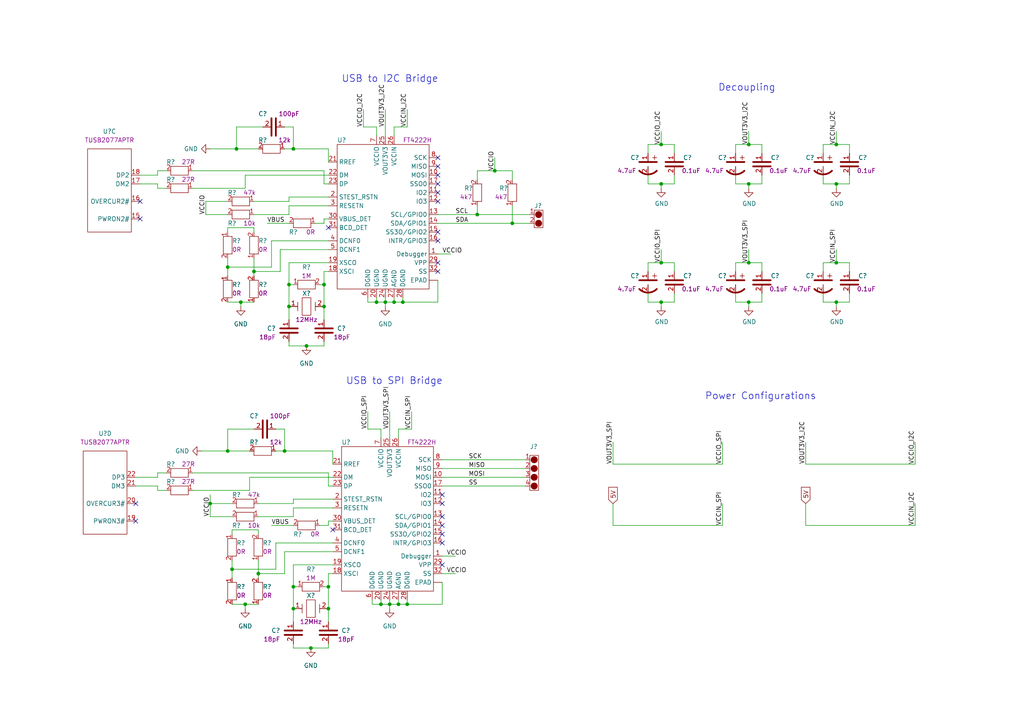
<source format=kicad_sch>
(kicad_sch (version 20211123) (generator eeschema)
  (paper "A4")
  (title_block (title "Electronics Multitool - I2C_SPI_to_USB") (rev "100"))
  (lib_symbols
    (symbol "0R_0603_1"
      (property "Reference" "R" (at 5.08 -2.54 0))
      (property "Res" "0R" (at 5.08 2.54 0))
      (symbol "0R_0603_1_0_1"
        (rectangle (start -1.27 2.54) (end -1.27 -2.54))
        (rectangle (start -1.27 2.54) (end 1.27 2.54))
        (rectangle (start 1.27 -2.54) (end -1.27 -2.54))
        (rectangle (start 1.27 2.54) (end 1.27 -2.54))
      )
      (symbol "0R_0603_1_1_1"
        (pin passive line (at 0 -3.81 90) (length 1.27) (name "~") (number "1"))
        (pin passive line (at 0 3.81 270) (length 1.27) (name "~") (number "2"))
      )
    )
    (symbol "0R_0603_2"
      (property "Reference" "R" (at 5.08 -2.54 0))
      (property "Res" "0R" (at 5.08 2.54 0))
      (symbol "0R_0603_2_0_1"
        (rectangle (start -1.27 2.54) (end -1.27 -2.54))
        (rectangle (start -1.27 2.54) (end 1.27 2.54))
        (rectangle (start 1.27 -2.54) (end -1.27 -2.54))
        (rectangle (start 1.27 2.54) (end 1.27 -2.54))
      )
      (symbol "0R_0603_2_1_1"
        (pin passive line (at 0 -3.81 90) (length 1.27) (name "~") (number "1"))
        (pin passive line (at 0 3.81 270) (length 1.27) (name "~") (number "2"))
      )
    )
    (symbol "0R_0603_3"
      (property "Reference" "R" (at 5.08 -2.54 0))
      (property "Res" "0R" (at 5.08 2.54 0))
      (symbol "0R_0603_3_0_1"
        (rectangle (start -1.27 2.54) (end -1.27 -2.54))
        (rectangle (start -1.27 2.54) (end 1.27 2.54))
        (rectangle (start 1.27 -2.54) (end -1.27 -2.54))
        (rectangle (start 1.27 2.54) (end 1.27 -2.54))
      )
      (symbol "0R_0603_3_1_1"
        (pin passive line (at 0 -3.81 90) (length 1.27) (name "~") (number "1"))
        (pin passive line (at 0 3.81 270) (length 1.27) (name "~") (number "2"))
      )
    )
    (symbol "0R_0603_4"
      (property "Reference" "R" (at 5.08 -2.54 0))
      (property "Res" "0R" (at 5.08 2.54 0))
      (symbol "0R_0603_4_0_1"
        (rectangle (start -1.27 2.54) (end -1.27 -2.54))
        (rectangle (start -1.27 2.54) (end 1.27 2.54))
        (rectangle (start 1.27 -2.54) (end -1.27 -2.54))
        (rectangle (start 1.27 2.54) (end 1.27 -2.54))
      )
      (symbol "0R_0603_4_1_1"
        (pin passive line (at 0 -3.81 90) (length 1.27) (name "~") (number "1"))
        (pin passive line (at 0 3.81 270) (length 1.27) (name "~") (number "2"))
      )
    )
    (symbol "Capacitor_Lib:0.1uF_0603"
      (property "Reference" "C" (at -5.08 2.54 0))
      (property "Cap" "0.1uF" (at -6.35 0 0))
      (symbol "0.1uF_0603_0_1"
        (polyline (pts (xy -2.54 0) (xy 2.54 0)) (stroke (width 0.508)))
        (polyline (pts (xy -2.54 1.27) (xy 2.54 1.27)) (stroke (width 0.508)))
      )
      (symbol "0.1uF_0603_1_1"
        (pin passive line (at 0 3.81 270) (length 2.54) (name "") (number "1"))
        (pin passive line (at 0 -2.54 90) (length 2.54) (name "") (number "2"))
      )
    )
    (symbol "Capacitor_Lib:100pF_0603"
      (property "Reference" "C" (at -3.81 3.81 0))
      (property "Cap" "100pF" (at -6.35 1.27 0))
      (symbol "100pF_0603_0_1"
        (polyline (pts (xy -2.54 0) (xy 2.54 0)) (stroke (width 0.508)))
        (polyline (pts (xy -2.54 1.27) (xy 2.54 1.27)) (stroke (width 0.508)))
      )
      (symbol "100pF_0603_1_1"
        (pin passive line (at 0 3.81 270) (length 2.54) (name "") (number "1"))
        (pin passive line (at 0 -2.54 90) (length 2.54) (name "") (number "2"))
      )
    )
    (symbol "Capacitor_Lib:18pF_0603"
      (property "Reference" "C" (at -5.08 1.27 0))
      (property "Cap" "18pF" (at -5.08 -1.27 0))
      (symbol "18pF_0603_0_1"
        (polyline (pts (xy -2.54 -1.27) (xy 2.54 -1.27)) (stroke (width 0.508)))
        (polyline (pts (xy -2.54 0) (xy 2.54 0)) (stroke (width 0.508)))
      )
      (symbol "18pF_0603_1_1"
        (pin passive line (at 0 2.54 270) (length 2.54) (name "") (number "1"))
        (pin passive line (at 0 -3.81 90) (length 2.54) (name "") (number "2"))
      )
    )
    (symbol "Capacitor_Lib:4.7uF_POL_1206"
      (property "Reference" "C" (at -5.08 2.54 0))
      (property "Cap" "4.7uF" (at -6.35 0 0))
      (symbol "4.7uF_POL_1206_0_1"
        (arc (start -2.54 -1.2641) (mid 0 -7.4063) (end 2.54 -1.2641) (stroke (width 0.508)))
        (polyline (pts (xy -2.54 1.27) (xy 2.54 1.27)) (stroke (width 0.508)))
        (polyline (pts (xy 1.905 1.905) (xy 1.905 3.175)))
        (polyline (pts (xy 2.54 2.54) (xy 1.27 2.54)))
      )
      (symbol "4.7uF_POL_1206_1_1"
        (pin passive line (at 0 3.81 270) (length 2.54) (name "") (number "1"))
        (pin passive line (at 0 -2.54 90) (length 2.54) (name "") (number "2"))
      )
    )
    (symbol "Connector_Lib:PinHeader_2x1_2.54mm"
      (property "Reference" "J" (at -3.81 3.81 0))
      (symbol "PinHeader_2x1_2.54mm_0_1"
        (rectangle (start -1.27 3.81) (end 1.27 -1.27))
        (circle (center 0 0) (radius 0.0001) (stroke (width 1)))
        (polyline (pts (xy 17.78 17.78) (xy 17.78 17.78)))
        (polyline (pts (xy 17.78 17.78) (xy 17.78 17.78)))
        (circle (center 0 2.54) (radius 0.0001) (stroke (width 1)))
      )
      (symbol "PinHeader_2x1_2.54mm_1_1"
        (pin passive line (at -2.54 2.54 0) (length 1.27) (name "") (number "1"))
        (pin passive line (at -2.54 0 0) (length 1.27) (name "") (number "2"))
      )
    )
    (symbol "Connector_Lib:PinHeader_4x1_2.54mm"
      (property "Reference" "J" (at -3.81 5.08 0))
      (symbol "PinHeader_4x1_2.54mm_0_1"
        (rectangle (start -1.27 5.08) (end 1.27 -5.08))
        (circle (center 0 -3.81) (radius 0.0001) (stroke (width 1)))
        (circle (center 0 -1.27) (radius 0.0001) (stroke (width 1)))
        (polyline (pts (xy 17.78 17.78) (xy 17.78 17.78)))
        (polyline (pts (xy 17.78 17.78) (xy 17.78 17.78)))
        (circle (center 0 1.27) (radius 0.0001) (stroke (width 1)))
        (circle (center 0 3.81) (radius 0.0001) (stroke (width 1)))
      )
      (symbol "PinHeader_4x1_2.54mm_1_1"
        (pin passive line (at -2.54 3.81 0) (length 1.27) (name "") (number "1"))
        (pin passive line (at -2.54 1.27 0) (length 1.27) (name "") (number "2"))
        (pin passive line (at -2.54 -1.27 0) (length 1.27) (name "") (number "3"))
        (pin passive line (at -2.54 -3.81 0) (length 1.27) (name "") (number "4"))
      )
    )
    (symbol "Crystal_Lib:J49SMH-F-G-G-K-12M0"
      (property "Reference" "X" (at 0 3.81 0))
      (property "Freq" "12MHz" (at 0 -3.81 0))
      (symbol "J49SMH-F-G-G-K-12M0_0_1"
        (polyline (pts (xy -27.94 -34.29) (xy -27.94 -34.29)))
        (polyline (pts (xy -2.54 1.27) (xy -2.54 -1.27)))
        (polyline (pts (xy 2.54 1.27) (xy 2.54 -1.27)))
        (polyline (pts (xy -1.27 2.54) (xy 1.27 2.54) (xy 1.27 -2.54) (xy -1.27 -2.54) (xy -1.27 2.54)))
      )
      (symbol "J49SMH-F-G-G-K-12M0_1_1"
        (pin passive line (at -5.08 0 0) (length 2.54) (name "") (number "1"))
        (pin passive line (at 5.08 0 180) (length 2.54) (name "") (number "2"))
      )
    )
    (symbol "IC_Lib:Bridge_FT4222H"
      (property "Reference" "U" (at -13.97 29.21 0))
      (property "PartNum" "FT4222H" (at 8.89 29.21 0))
      (symbol "Bridge_FT4222H_0_1"
        (rectangle (start -13.97 27.94) (end 12.7 -13.97))
      )
      (symbol "Bridge_FT4222H_1_1"
        (pin passive line (at 15.24 -11.43 180) (length 2.54) (name "EPAD") (number ""))
        (pin input line (at 15.24 -3.81 180) (length 2.54) (name "Debugger") (number "1"))
        (pin output line (at 15.24 19.05 180) (length 2.54) (name "MOSI") (number "10"))
        (pin bidirectional line (at 15.24 13.97 180) (length 2.54) (name "IO2") (number "11"))
        (pin bidirectional line (at 15.24 11.43 180) (length 2.54) (name "IO3") (number "12"))
        (pin bidirectional line (at 15.24 7.62 180) (length 2.54) (name "SCL/GPIO0") (number "13"))
        (pin bidirectional line (at 15.24 5.08 180) (length 2.54) (name "SDA/GPIO1") (number "14"))
        (pin bidirectional line (at 15.24 2.54 180) (length 2.54) (name "SS3O/GPIO2") (number "15"))
        (pin bidirectional line (at 15.24 0 180) (length 2.54) (name "INTR/GPIO3") (number "16"))
        (pin bidirectional line (at 15.24 16.51 180) (length 2.54) (name "SSO0") (number "17"))
        (pin input line (at -16.51 -8.89 0) (length 2.54) (name "XSCI") (number "18"))
        (pin output line (at -16.51 -6.35 0) (length 2.54) (name "XSCO") (number "19"))
        (pin input line (at -16.51 12.7 0) (length 2.54) (name "STEST_RSTN") (number "2"))
        (pin passive line (at -2.54 -16.51 90) (length 2.54) (name "UGND") (number "20"))
        (pin passive line (at -16.51 22.86 0) (length 2.54) (name "RREF") (number "21"))
        (pin bidirectional line (at -16.51 19.05 0) (length 2.54) (name "DM") (number "22"))
        (pin bidirectional line (at -16.51 16.51 0) (length 2.54) (name "DP") (number "23"))
        (pin passive line (at 0 -16.51 90) (length 2.54) (name "UGND") (number "24"))
        (pin power_out line (at 0 30.48 270) (length 2.54) (name "VOUT3V3") (number "25"))
        (pin power_in line (at 2.54 30.48 270) (length 2.54) (name "VCCIN") (number "26"))
        (pin passive line (at 2.54 -16.51 90) (length 2.54) (name "AGND") (number "27"))
        (pin passive line (at 5.08 -16.51 90) (length 2.54) (name "DGND") (number "28"))
        (pin power_in line (at 15.24 -6.35 180) (length 2.54) (name "VPP") (number "29"))
        (pin input line (at -16.51 10.16 0) (length 2.54) (name "RESETN") (number "3"))
        (pin input line (at -16.51 6.35 0) (length 2.54) (name "VBUS_DET") (number "30"))
        (pin input line (at -16.51 3.81 0) (length 2.54) (name "BCD_DET") (number "31"))
        (pin input line (at 15.24 -8.89 180) (length 2.54) (name "SS") (number "32"))
        (pin input line (at -16.51 0 0) (length 2.54) (name "DCNF0") (number "4"))
        (pin input line (at -16.51 -2.54 0) (length 2.54) (name "DCNF1") (number "5"))
        (pin passive line (at -5.08 -16.51 90) (length 2.54) (name "DGND") (number "6"))
        (pin power_in line (at -2.54 30.48 270) (length 2.54) (name "VCCIO") (number "7"))
        (pin output line (at 15.24 24.13 180) (length 2.54) (name "SCK") (number "8"))
        (pin input line (at 15.24 21.59 180) (length 2.54) (name "MISO") (number "9"))
      )
    )
    (symbol "IC_Lib:USBHUB_TUSB2077APTR"
      (property "Reference" "U" (at -8.89 16.51 0))
      (property "PartNum" "TUSB2077APTR" (at 3.81 16.51 0))
      (symbol "USBHUB_TUSB2077APTR_1_1"
        (rectangle (start -10.16 15.24) (end 10.16 -16.51))
        (pin input line (at -12.7 -5.08 0) (length 2.54) (name "SUSPND") (number "1"))
        (pin input line (at -12.7 0 0) (length 2.54) (name "BUSPWR#") (number "10"))
        (pin input line (at -12.7 -7.62 0) (length 2.54) (name "DP0PUR") (number "2"))
        (pin input line (at 12.7 -11.43 180) (length 2.54) (name "GND") (number "24"))
        (pin bidirectional line (at -12.7 6.35 0) (length 2.54) (name "DP0") (number "3"))
        (pin bidirectional line (at -12.7 3.81 0) (length 2.54) (name "DM0") (number "4"))
        (pin input line (at 12.7 3.81 180) (length 2.54) (name "HUBCFG") (number "40"))
        (pin output line (at 12.7 12.7 180) (length 2.54) (name "PORTPWR") (number "41"))
        (pin output line (at 12.7 10.16 180) (length 2.54) (name "PORTDIS") (number "42"))
        (pin input line (at 12.7 -13.97 180) (length 2.54) (name "GND") (number "43"))
        (pin passive line (at -12.7 -11.43 0) (length 2.54) (name "XTAL1") (number "44"))
        (pin passive line (at -12.7 -13.97 0) (length 2.54) (name "XTAL2") (number "45"))
        (pin input line (at -12.7 10.16 0) (length 2.54) (name "VCC") (number "46"))
        (pin input line (at 12.7 0 180) (length 2.54) (name "EXTMEM#") (number "47"))
        (pin input line (at 12.7 6.35 180) (length 2.54) (name "MODE") (number "48"))
        (pin input line (at 12.7 -8.89 180) (length 2.54) (name "GND") (number "5"))
        (pin input line (at -12.7 -2.54 0) (length 2.54) (name "RESET#") (number "6"))
        (pin input line (at 12.7 -5.08 180) (length 2.54) (name "EECLK") (number "7"))
        (pin input line (at 12.7 -2.54 180) (length 2.54) (name "EEDATA") (number "8"))
        (pin input line (at -12.7 12.7 0) (length 2.54) (name "VCC") (number "9"))
      )
      (symbol "USBHUB_TUSB2077APTR_2_1"
        (rectangle (start -6.35 12.7) (end 6.35 -11.43))
        (pin input line (at -8.89 -7.62 0) (length 2.54) (name "PWRON1#") (number "11"))
        (pin input line (at -8.89 -2.54 0) (length 2.54) (name "OVERCUR1#") (number "12"))
        (pin bidirectional line (at -8.89 2.54 0) (length 2.54) (name "DM1") (number "13"))
        (pin bidirectional line (at -8.89 5.08 0) (length 2.54) (name "DP1") (number "14"))
      )
      (symbol "USBHUB_TUSB2077APTR_3_1"
        (rectangle (start -6.35 12.7) (end 6.35 -11.43))
        (pin input line (at -8.89 -7.62 0) (length 2.54) (name "PWRON2#") (number "15"))
        (pin input line (at -8.89 -2.54 0) (length 2.54) (name "OVERCUR2#") (number "16"))
        (pin bidirectional line (at -8.89 2.54 0) (length 2.54) (name "DM2") (number "17"))
        (pin bidirectional line (at -8.89 5.08 0) (length 2.54) (name "DP2") (number "18"))
      )
      (symbol "USBHUB_TUSB2077APTR_4_1"
        (rectangle (start -6.35 12.7) (end 6.35 -11.43))
        (pin input line (at -8.89 -7.62 0) (length 2.54) (name "PWRON3#") (number "19"))
        (pin input line (at -8.89 -2.54 0) (length 2.54) (name "OVERCUR3#") (number "20"))
        (pin bidirectional line (at -8.89 2.54 0) (length 2.54) (name "DM3") (number "21"))
        (pin bidirectional line (at -8.89 5.08 0) (length 2.54) (name "DP3") (number "22"))
      )
      (symbol "USBHUB_TUSB2077APTR_5_1"
        (rectangle (start -6.35 12.7) (end 6.35 -11.43))
        (pin input line (at -8.89 -7.62 0) (length 2.54) (name "PWRON4#") (number "23"))
        (pin input line (at -8.89 -2.54 0) (length 2.54) (name "OVERCUR4#") (number "25"))
        (pin bidirectional line (at -8.89 2.54 0) (length 2.54) (name "DM4") (number "26"))
        (pin bidirectional line (at -8.89 5.08 0) (length 2.54) (name "DP4") (number "27"))
      )
      (symbol "USBHUB_TUSB2077APTR_6_1"
        (rectangle (start -6.35 12.7) (end 6.35 -11.43))
        (pin input line (at -8.89 -7.62 0) (length 2.54) (name "PWRON5#") (number "28"))
        (pin input line (at -8.89 -2.54 0) (length 2.54) (name "OVERCUR5#") (number "29"))
        (pin bidirectional line (at -8.89 2.54 0) (length 2.54) (name "DM5") (number "30"))
        (pin bidirectional line (at -8.89 5.08 0) (length 2.54) (name "DP5") (number "31"))
      )
      (symbol "USBHUB_TUSB2077APTR_7_1"
        (rectangle (start -6.35 12.7) (end 6.35 -11.43))
        (pin input line (at -8.89 -7.62 0) (length 2.54) (name "PWRON6#") (number "32"))
        (pin input line (at -8.89 -2.54 0) (length 2.54) (name "OVERCUR6#") (number "33"))
        (pin bidirectional line (at -8.89 2.54 0) (length 2.54) (name "DM6") (number "34"))
        (pin bidirectional line (at -8.89 5.08 0) (length 2.54) (name "DP6") (number "35"))
      )
      (symbol "USBHUB_TUSB2077APTR_8_1"
        (rectangle (start -6.35 12.7) (end 6.35 -11.43))
        (pin input line (at -8.89 -7.62 0) (length 2.54) (name "PWRON7#") (number "36"))
        (pin input line (at -8.89 -2.54 0) (length 2.54) (name "OVERCUR7#") (number "37"))
        (pin bidirectional line (at -8.89 2.54 0) (length 2.54) (name "DM7") (number "38"))
        (pin bidirectional line (at -8.89 5.08 0) (length 2.54) (name "DP7") (number "39"))
      )
    )
    (symbol "Resistor_Lib:0R_0603"
      (property "Reference" "R" (at 5.08 -2.54 0))
      (property "Res" "0R" (at 5.08 2.54 0))
      (symbol "0R_0603_0_1"
        (rectangle (start -1.27 2.54) (end -1.27 -2.54))
        (rectangle (start -1.27 2.54) (end 1.27 2.54))
        (rectangle (start 1.27 -2.54) (end -1.27 -2.54))
        (rectangle (start 1.27 2.54) (end 1.27 -2.54))
      )
      (symbol "0R_0603_1_1"
        (pin passive line (at 0 -3.81 90) (length 1.27) (name "~") (number "1"))
        (pin passive line (at 0 3.81 270) (length 1.27) (name "~") (number "2"))
      )
    )
    (symbol "Resistor_Lib:10k_0603"
      (property "Reference" "R" (at -2.54 2.54 0))
      (property "Res" "10k" (at -3.81 0 0))
      (symbol "10k_0603_0_1"
        (rectangle (start -1.27 2.54) (end -1.27 -2.54))
        (rectangle (start -1.27 2.54) (end 1.27 2.54))
        (rectangle (start 1.27 -2.54) (end -1.27 -2.54))
        (rectangle (start 1.27 2.54) (end 1.27 -2.54))
      )
      (symbol "10k_0603_1_1"
        (pin passive line (at 0 -3.81 90) (length 1.27) (name "~") (number "1"))
        (pin passive line (at 0 3.81 270) (length 1.27) (name "~") (number "2"))
      )
    )
    (symbol "Resistor_Lib:12k_0603"
      (property "Reference" "R" (at -2.54 2.54 0))
      (property "Value" "12k_0603" (at -6.35 -2.54 0))
      (property "Res" "12k" (at -3.81 0 0))
      (symbol "12k_0603_0_1"
        (rectangle (start -1.27 2.54) (end -1.27 -2.54))
        (rectangle (start -1.27 2.54) (end 1.27 2.54))
        (rectangle (start 1.27 -2.54) (end -1.27 -2.54))
        (rectangle (start 1.27 2.54) (end 1.27 -2.54))
      )
      (symbol "12k_0603_1_1"
        (pin passive line (at 0 -3.81 90) (length 1.27) (name "~") (number "1"))
        (pin passive line (at 0 3.81 270) (length 1.27) (name "~") (number "2"))
      )
    )
    (symbol "Resistor_Lib:1M_0603"
      (property "Reference" "R" (at -3.81 2.54 0))
      (property "Res" "1M" (at -3.81 -2.54 0))
      (symbol "1M_0603_0_1"
        (rectangle (start -1.27 2.54) (end -1.27 -2.54))
        (rectangle (start -1.27 2.54) (end 1.27 2.54))
        (rectangle (start 1.27 -2.54) (end -1.27 -2.54))
        (rectangle (start 1.27 2.54) (end 1.27 -2.54))
      )
      (symbol "1M_0603_1_1"
        (pin passive line (at 0 -3.81 90) (length 1.27) (name "~") (number "1"))
        (pin passive line (at 0 3.81 270) (length 1.27) (name "~") (number "2"))
      )
    )
    (symbol "Resistor_Lib:27R_0603"
      (property "Reference" "R" (at -3.81 2.54 0))
      (property "Res" "27R" (at -5.08 0 0))
      (symbol "27R_0603_0_1"
        (rectangle (start -1.27 2.54) (end -1.27 -2.54))
        (rectangle (start -1.27 2.54) (end 1.27 2.54))
        (rectangle (start 1.27 -2.54) (end -1.27 -2.54))
        (rectangle (start 1.27 2.54) (end 1.27 -2.54))
      )
      (symbol "27R_0603_1_1"
        (pin passive line (at 0 -3.81 90) (length 1.27) (name "~") (number "1"))
        (pin passive line (at 0 3.81 270) (length 1.27) (name "~") (number "2"))
      )
    )
    (symbol "Resistor_Lib:47k_0603"
      (property "Reference" "R" (at -2.54 2.54 0))
      (property "Res" "47k" (at -3.81 0 0))
      (symbol "47k_0603_0_1"
        (rectangle (start -1.27 2.54) (end -1.27 -2.54))
        (rectangle (start -1.27 2.54) (end 1.27 2.54))
        (rectangle (start 1.27 -2.54) (end -1.27 -2.54))
        (rectangle (start 1.27 2.54) (end 1.27 -2.54))
      )
      (symbol "47k_0603_1_1"
        (pin passive line (at 0 -3.81 90) (length 1.27) (name "~") (number "1"))
        (pin passive line (at 0 3.81 270) (length 1.27) (name "~") (number "2"))
      )
    )
    (symbol "Resistor_Lib:4k7_0603"
      (property "Reference" "R" (at -3.81 2.54 0))
      (property "Res" "4k7" (at -3.81 0 0))
      (symbol "4k7_0603_0_1"
        (rectangle (start -1.27 2.54) (end -1.27 -2.54))
        (rectangle (start -1.27 2.54) (end 1.27 2.54))
        (rectangle (start 1.27 -2.54) (end -1.27 -2.54))
        (rectangle (start 1.27 2.54) (end 1.27 -2.54))
      )
      (symbol "4k7_0603_1_1"
        (pin passive line (at 0 -3.81 90) (length 1.27) (name "~") (number "1"))
        (pin passive line (at 0 3.81 270) (length 1.27) (name "~") (number "2"))
      )
    )
    (symbol "power:GND" (power) (pin_names (offset 0))
      (property "Value" "GND" (at 0 -3.81 0))
      (symbol "GND_0_1"
        (polyline (pts (xy 0 0) (xy 0 -1.27) (xy 1.27 -1.27) (xy 0 -2.54) (xy -1.27 -1.27) (xy 0 -1.27)))
      )
      (symbol "GND_1_1"
        (pin power_in line (at 0 0 270) (length 0) hide (name "GND") (number "1"))
      )
    )
  )
  (junction (at 71.12 175.26))
  (junction (at 148.59 64.77))
  (junction (at 217.17 76.2))
  (junction (at 74.93 166.37))
  (junction (at 68.58 43.18))
  (junction (at 95.25 170.18))
  (junction (at 115.57 175.26))
  (junction (at 111.76 87.63))
  (junction (at 242.57 76.2))
  (junction (at 85.09 170.18))
  (junction (at 66.04 130.81))
  (junction (at 73.66 78.74))
  (junction (at 217.17 41.91))
  (junction (at 67.31 165.1))
  (junction (at 113.03 175.26))
  (junction (at 109.22 87.63))
  (junction (at 69.85 87.63))
  (junction (at 85.09 176.53))
  (junction (at 60.96 146.05))
  (junction (at 242.57 53.34))
  (junction (at 93.98 88.9))
  (junction (at 143.51 49.53))
  (junction (at 138.43 62.23))
  (junction (at 191.77 87.63))
  (junction (at 217.17 53.34))
  (junction (at 83.82 88.9))
  (junction (at 82.55 130.81))
  (junction (at 114.3 87.63))
  (junction (at 118.11 175.26))
  (junction (at 242.57 41.91))
  (junction (at 191.77 76.2))
  (junction (at 85.09 43.18))
  (junction (at 83.82 82.55))
  (junction (at 66.04 77.47))
  (junction (at 90.17 187.96))
  (junction (at 191.77 41.91))
  (junction (at 191.77 53.34))
  (junction (at 95.25 176.53))
  (junction (at 242.57 87.63))
  (junction (at 88.9 100.33))
  (junction (at 110.49 175.26))
  (junction (at 116.84 87.63))
  (junction (at 93.98 82.55))
  (junction (at 217.17 87.63))
  (no_connect (at 95.25 66.04))
  (no_connect (at 128.27 146.05))
  (no_connect (at 127 69.85))
  (no_connect (at 127 67.31))
  (no_connect (at 128.27 143.51))
  (no_connect (at 128.27 163.83))
  (no_connect (at 128.27 157.48))
  (no_connect (at 127 78.74))
  (no_connect (at 127 76.2))
  (no_connect (at 127 58.42))
  (no_connect (at 127 50.8))
  (no_connect (at 127 48.26))
  (no_connect (at 127 45.72))
  (no_connect (at 127 53.34))
  (no_connect (at 127 55.88))
  (no_connect (at 96.52 153.67))
  (no_connect (at 128.27 154.94))
  (no_connect (at 128.27 149.86))
  (no_connect (at 128.27 152.4))
  (no_connect (at 39.37 151.13))
  (no_connect (at 39.37 146.05))
  (no_connect (at 40.64 63.5))
  (no_connect (at 40.64 58.42))
  (wire (pts (xy 85.09 144.78) (xy 85.09 146.05)))
  (wire (pts (xy 195.58 76.2) (xy 195.58 78.74)))
  (wire (pts (xy 265.43 146.05) (xy 265.43 152.4)))
  (wire (pts (xy 67.31 165.1) (xy 67.31 167.64)))
  (wire (pts (xy 68.58 36.83) (xy 68.58 43.18)))
  (wire (pts (xy 217.17 72.39) (xy 217.17 76.2)))
  (wire (pts (xy 74.93 166.37) (xy 82.55 166.37)))
  (wire (pts (xy 143.51 49.53) (xy 148.59 49.53)))
  (wire (pts (xy 96.52 151.13) (xy 95.25 151.13)))
  (wire (pts (xy 114.3 86.36) (xy 114.3 87.63)))
  (wire (pts (xy 242.57 53.34) (xy 242.57 54.61)))
  (wire (pts (xy 67.31 153.67) (xy 74.93 153.67)))
  (wire (pts (xy 238.76 41.91) (xy 242.57 41.91)))
  (wire (pts (xy 242.57 76.2) (xy 246.38 76.2)))
  (wire (pts (xy 128.27 161.29) (xy 132.08 161.29)))
  (wire (pts (xy 233.68 128.27) (xy 233.68 134.62)))
  (wire (pts (xy 66.04 124.46) (xy 66.04 130.81)))
  (wire (pts (xy 106.68 87.63) (xy 109.22 87.63)))
  (wire (pts (xy 39.37 138.43) (xy 45.72 138.43)))
  (wire (pts (xy 78.74 69.85) (xy 78.74 77.47)))
  (wire (pts (xy 85.09 147.32) (xy 96.52 147.32)))
  (wire (pts (xy 109.22 39.37) (xy 109.22 36.83)))
  (wire (pts (xy 109.22 36.83) (xy 105.41 36.83)))
  (wire (pts (xy 95.25 63.5) (xy 93.98 63.5)))
  (wire (pts (xy 83.82 57.15) (xy 83.82 58.42)))
  (wire (pts (xy 177.8 146.05) (xy 177.8 152.4)))
  (wire (pts (xy 93.98 88.9) (xy 93.98 92.71)))
  (wire (pts (xy 138.43 52.07) (xy 138.43 49.53)))
  (wire (pts (xy 78.74 152.4) (xy 85.09 152.4)))
  (wire (pts (xy 148.59 59.69) (xy 148.59 64.77)))
  (wire (pts (xy 83.82 88.9) (xy 83.82 92.71)))
  (wire (pts (xy 96.52 144.78) (xy 85.09 144.78)))
  (wire (pts (xy 238.76 87.63) (xy 242.57 87.63)))
  (wire (pts (xy 242.57 38.1) (xy 242.57 41.91)))
  (wire (pts (xy 78.74 77.47) (xy 66.04 77.47)))
  (wire (pts (xy 213.36 87.63) (xy 217.17 87.63)))
  (wire (pts (xy 96.52 140.97) (xy 95.25 140.97)))
  (wire (pts (xy 93.98 78.74) (xy 93.98 82.55)))
  (wire (pts (xy 45.72 49.53) (xy 48.26 49.53)))
  (wire (pts (xy 238.76 53.34) (xy 242.57 53.34)))
  (wire (pts (xy 95.25 76.2) (xy 83.82 76.2)))
  (wire (pts (xy 59.69 58.42) (xy 66.04 58.42)))
  (wire (pts (xy 67.31 149.86) (xy 60.96 149.86)))
  (wire (pts (xy 217.17 87.63) (xy 220.98 87.63)))
  (wire (pts (xy 85.09 149.86) (xy 85.09 147.32)))
  (wire (pts (xy 177.8 134.62) (xy 209.55 134.62)))
  (wire (pts (xy 83.82 59.69) (xy 95.25 59.69)))
  (wire (pts (xy 116.84 87.63) (xy 127 87.63)))
  (wire (pts (xy 80.01 130.81) (xy 82.55 130.81)))
  (wire (pts (xy 177.8 128.27) (xy 177.8 134.62)))
  (wire (pts (xy 128.27 140.97) (xy 152.4 140.97)))
  (wire (pts (xy 191.77 41.91) (xy 195.58 41.91)))
  (wire (pts (xy 209.55 146.05) (xy 209.55 152.4)))
  (wire (pts (xy 73.66 124.46) (xy 66.04 124.46)))
  (wire (pts (xy 96.52 163.83) (xy 85.09 163.83)))
  (wire (pts (xy 242.57 87.63) (xy 242.57 88.9)))
  (wire (pts (xy 220.98 85.09) (xy 220.98 87.63)))
  (wire (pts (xy 187.96 87.63) (xy 191.77 87.63)))
  (wire (pts (xy 76.2 36.83) (xy 68.58 36.83)))
  (wire (pts (xy 116.84 87.63) (xy 116.84 86.36)))
  (wire (pts (xy 69.85 87.63) (xy 73.66 87.63)))
  (wire (pts (xy 138.43 62.23) (xy 153.67 62.23)))
  (wire (pts (xy 238.76 85.09) (xy 238.76 87.63)))
  (wire (pts (xy 85.09 146.05) (xy 74.93 146.05)))
  (wire (pts (xy 217.17 87.63) (xy 217.17 88.9)))
  (wire (pts (xy 217.17 76.2) (xy 220.98 76.2)))
  (wire (pts (xy 128.27 175.26) (xy 128.27 168.91)))
  (wire (pts (xy 107.95 173.99) (xy 107.95 175.26)))
  (wire (pts (xy 115.57 124.46) (xy 115.57 127)))
  (wire (pts (xy 187.96 44.45) (xy 187.96 41.91)))
  (wire (pts (xy 220.98 50.8) (xy 220.98 53.34)))
  (wire (pts (xy 115.57 124.46) (xy 119.38 124.46)))
  (wire (pts (xy 128.27 166.37) (xy 132.08 166.37)))
  (wire (pts (xy 111.76 87.63) (xy 114.3 87.63)))
  (wire (pts (xy 187.96 76.2) (xy 191.77 76.2)))
  (wire (pts (xy 95.25 57.15) (xy 83.82 57.15)))
  (wire (pts (xy 96.52 166.37) (xy 95.25 166.37)))
  (wire (pts (xy 71.12 50.8) (xy 71.12 54.61)))
  (wire (pts (xy 73.66 74.93) (xy 73.66 78.74)))
  (wire (pts (xy 95.25 170.18) (xy 93.98 170.18)))
  (wire (pts (xy 191.77 87.63) (xy 195.58 87.63)))
  (wire (pts (xy 191.77 38.1) (xy 191.77 41.91)))
  (wire (pts (xy 152.4 133.35) (xy 128.27 133.35)))
  (wire (pts (xy 96.52 130.81) (xy 96.52 134.62)))
  (wire (pts (xy 58.42 130.81) (xy 66.04 130.81)))
  (wire (pts (xy 83.82 82.55) (xy 83.82 88.9)))
  (wire (pts (xy 118.11 175.26) (xy 128.27 175.26)))
  (wire (pts (xy 60.96 146.05) (xy 60.96 149.86)))
  (wire (pts (xy 96.52 157.48) (xy 80.01 157.48)))
  (wire (pts (xy 83.82 76.2) (xy 83.82 82.55)))
  (wire (pts (xy 238.76 78.74) (xy 238.76 76.2)))
  (wire (pts (xy 213.36 78.74) (xy 213.36 76.2)))
  (wire (pts (xy 66.04 66.04) (xy 73.66 66.04)))
  (wire (pts (xy 242.57 41.91) (xy 246.38 41.91)))
  (wire (pts (xy 195.58 50.8) (xy 195.58 53.34)))
  (wire (pts (xy 66.04 74.93) (xy 66.04 77.47)))
  (wire (pts (xy 95.25 186.69) (xy 95.25 187.96)))
  (wire (pts (xy 128.27 138.43) (xy 152.4 138.43)))
  (wire (pts (xy 242.57 72.39) (xy 242.57 76.2)))
  (wire (pts (xy 90.17 187.96) (xy 95.25 187.96)))
  (wire (pts (xy 95.25 50.8) (xy 71.12 50.8)))
  (wire (pts (xy 45.72 142.24) (xy 48.26 142.24)))
  (wire (pts (xy 93.98 53.34) (xy 93.98 49.53)))
  (wire (pts (xy 71.12 175.26) (xy 71.12 176.53)))
  (wire (pts (xy 105.41 31.75) (xy 105.41 36.83)))
  (wire (pts (xy 114.3 36.83) (xy 118.11 36.83)))
  (wire (pts (xy 238.76 76.2) (xy 242.57 76.2)))
  (wire (pts (xy 95.25 53.34) (xy 93.98 53.34)))
  (wire (pts (xy 265.43 128.27) (xy 265.43 134.62)))
  (wire (pts (xy 187.96 50.8) (xy 187.96 53.34)))
  (wire (pts (xy 82.55 166.37) (xy 82.55 160.02)))
  (wire (pts (xy 40.64 50.8) (xy 45.72 50.8)))
  (wire (pts (xy 111.76 87.63) (xy 111.76 88.9)))
  (wire (pts (xy 95.25 69.85) (xy 78.74 69.85)))
  (wire (pts (xy 91.44 64.77) (xy 93.98 64.77)))
  (wire (pts (xy 71.12 54.61) (xy 55.88 54.61)))
  (wire (pts (xy 191.77 87.63) (xy 191.77 88.9)))
  (wire (pts (xy 220.98 41.91) (xy 220.98 44.45)))
  (wire (pts (xy 59.69 58.42) (xy 59.69 62.23)))
  (wire (pts (xy 187.96 41.91) (xy 191.77 41.91)))
  (wire (pts (xy 93.98 82.55) (xy 93.98 88.9)))
  (wire (pts (xy 127 62.23) (xy 138.43 62.23)))
  (wire (pts (xy 187.96 85.09) (xy 187.96 87.63)))
  (wire (pts (xy 217.17 53.34) (xy 220.98 53.34)))
  (wire (pts (xy 95.25 43.18) (xy 95.25 46.99)))
  (wire (pts (xy 233.68 146.05) (xy 233.68 152.4)))
  (wire (pts (xy 109.22 86.36) (xy 109.22 87.63)))
  (wire (pts (xy 113.03 175.26) (xy 113.03 176.53)))
  (wire (pts (xy 66.04 87.63) (xy 69.85 87.63)))
  (wire (pts (xy 213.36 44.45) (xy 213.36 41.91)))
  (wire (pts (xy 138.43 59.69) (xy 138.43 62.23)))
  (wire (pts (xy 195.58 85.09) (xy 195.58 87.63)))
  (wire (pts (xy 110.49 173.99) (xy 110.49 175.26)))
  (wire (pts (xy 95.25 176.53) (xy 95.25 180.34)))
  (wire (pts (xy 242.57 87.63) (xy 246.38 87.63)))
  (wire (pts (xy 118.11 31.75) (xy 118.11 36.83)))
  (wire (pts (xy 60.96 143.51) (xy 60.96 146.05)))
  (wire (pts (xy 95.25 170.18) (xy 95.25 176.53)))
  (wire (pts (xy 127 64.77) (xy 148.59 64.77)))
  (wire (pts (xy 242.57 53.34) (xy 246.38 53.34)))
  (wire (pts (xy 217.17 53.34) (xy 217.17 54.61)))
  (wire (pts (xy 85.09 187.96) (xy 90.17 187.96)))
  (wire (pts (xy 106.68 119.38) (xy 106.68 124.46)))
  (wire (pts (xy 115.57 175.26) (xy 118.11 175.26)))
  (wire (pts (xy 73.66 78.74) (xy 73.66 80.01)))
  (wire (pts (xy 191.77 76.2) (xy 195.58 76.2)))
  (wire (pts (xy 213.36 76.2) (xy 217.17 76.2)))
  (wire (pts (xy 138.43 49.53) (xy 143.51 49.53)))
  (wire (pts (xy 111.76 86.36) (xy 111.76 87.63)))
  (wire (pts (xy 72.39 138.43) (xy 72.39 142.24)))
  (wire (pts (xy 82.55 160.02) (xy 96.52 160.02)))
  (wire (pts (xy 233.68 134.62) (xy 265.43 134.62)))
  (wire (pts (xy 95.25 151.13) (xy 95.25 152.4)))
  (wire (pts (xy 74.93 153.67) (xy 74.93 154.94)))
  (wire (pts (xy 238.76 50.8) (xy 238.76 53.34)))
  (wire (pts (xy 191.77 53.34) (xy 191.77 54.61)))
  (wire (pts (xy 110.49 127) (xy 110.49 124.46)))
  (wire (pts (xy 40.64 53.34) (xy 45.72 53.34)))
  (wire (pts (xy 213.36 53.34) (xy 217.17 53.34)))
  (wire (pts (xy 83.82 100.33) (xy 88.9 100.33)))
  (wire (pts (xy 187.96 78.74) (xy 187.96 76.2)))
  (wire (pts (xy 45.72 140.97) (xy 45.72 142.24)))
  (wire (pts (xy 73.66 66.04) (xy 73.66 67.31)))
  (wire (pts (xy 95.25 78.74) (xy 93.98 78.74)))
  (wire (pts (xy 96.52 138.43) (xy 72.39 138.43)))
  (wire (pts (xy 69.85 87.63) (xy 69.85 88.9)))
  (wire (pts (xy 60.96 146.05) (xy 67.31 146.05)))
  (wire (pts (xy 80.01 165.1) (xy 67.31 165.1)))
  (wire (pts (xy 213.36 50.8) (xy 213.36 53.34)))
  (wire (pts (xy 81.28 72.39) (xy 95.25 72.39)))
  (wire (pts (xy 82.55 124.46) (xy 80.01 124.46)))
  (wire (pts (xy 73.66 78.74) (xy 81.28 78.74)))
  (wire (pts (xy 107.95 175.26) (xy 110.49 175.26)))
  (wire (pts (xy 66.04 67.31) (xy 66.04 66.04)))
  (wire (pts (xy 68.58 43.18) (xy 74.93 43.18)))
  (wire (pts (xy 82.55 43.18) (xy 85.09 43.18)))
  (wire (pts (xy 114.3 87.63) (xy 116.84 87.63)))
  (wire (pts (xy 128.27 135.89) (xy 152.4 135.89)))
  (wire (pts (xy 93.98 63.5) (xy 93.98 64.77)))
  (wire (pts (xy 85.09 186.69) (xy 85.09 187.96)))
  (wire (pts (xy 88.9 100.33) (xy 93.98 100.33)))
  (wire (pts (xy 66.04 130.81) (xy 72.39 130.81)))
  (wire (pts (xy 114.3 36.83) (xy 114.3 39.37)))
  (wire (pts (xy 48.26 54.61) (xy 45.72 54.61)))
  (wire (pts (xy 73.66 62.23) (xy 83.82 62.23)))
  (wire (pts (xy 233.68 152.4) (xy 265.43 152.4)))
  (wire (pts (xy 93.98 99.06) (xy 93.98 100.33)))
  (wire (pts (xy 110.49 175.26) (xy 113.03 175.26)))
  (wire (pts (xy 66.04 62.23) (xy 59.69 62.23)))
  (wire (pts (xy 55.88 142.24) (xy 72.39 142.24)))
  (wire (pts (xy 39.37 140.97) (xy 45.72 140.97)))
  (wire (pts (xy 85.09 36.83) (xy 82.55 36.83)))
  (wire (pts (xy 67.31 154.94) (xy 67.31 153.67)))
  (wire (pts (xy 187.96 53.34) (xy 191.77 53.34)))
  (wire (pts (xy 74.93 162.56) (xy 74.93 166.37)))
  (wire (pts (xy 81.28 78.74) (xy 81.28 72.39)))
  (wire (pts (xy 118.11 175.26) (xy 118.11 173.99)))
  (wire (pts (xy 148.59 49.53) (xy 148.59 52.07)))
  (wire (pts (xy 83.82 82.55) (xy 85.09 82.55)))
  (wire (pts (xy 85.09 170.18) (xy 86.36 170.18)))
  (wire (pts (xy 177.8 152.4) (xy 209.55 152.4)))
  (wire (pts (xy 83.82 58.42) (xy 73.66 58.42)))
  (wire (pts (xy 93.98 82.55) (xy 92.71 82.55)))
  (wire (pts (xy 217.17 41.91) (xy 220.98 41.91)))
  (wire (pts (xy 109.22 87.63) (xy 111.76 87.63)))
  (wire (pts (xy 113.03 119.38) (xy 113.03 127)))
  (wire (pts (xy 82.55 130.81) (xy 96.52 130.81)))
  (wire (pts (xy 74.93 149.86) (xy 85.09 149.86)))
  (wire (pts (xy 191.77 72.39) (xy 191.77 76.2)))
  (wire (pts (xy 83.82 62.23) (xy 83.82 59.69)))
  (wire (pts (xy 80.01 157.48) (xy 80.01 165.1)))
  (wire (pts (xy 67.31 162.56) (xy 67.31 165.1)))
  (wire (pts (xy 113.03 173.99) (xy 113.03 175.26)))
  (wire (pts (xy 246.38 50.8) (xy 246.38 53.34)))
  (wire (pts (xy 82.55 130.81) (xy 82.55 124.46)))
  (wire (pts (xy 85.09 176.53) (xy 85.09 180.34)))
  (wire (pts (xy 111.76 31.75) (xy 111.76 39.37)))
  (wire (pts (xy 143.51 45.72) (xy 143.51 49.53)))
  (wire (pts (xy 220.98 76.2) (xy 220.98 78.74)))
  (wire (pts (xy 127 87.63) (xy 127 81.28)))
  (wire (pts (xy 95.25 140.97) (xy 95.25 137.16)))
  (wire (pts (xy 45.72 138.43) (xy 45.72 137.16)))
  (wire (pts (xy 55.88 49.53) (xy 93.98 49.53)))
  (wire (pts (xy 45.72 49.53) (xy 45.72 50.8)))
  (wire (pts (xy 238.76 44.45) (xy 238.76 41.91)))
  (wire (pts (xy 213.36 41.91) (xy 217.17 41.91)))
  (wire (pts (xy 217.17 38.1) (xy 217.17 41.91)))
  (wire (pts (xy 85.09 163.83) (xy 85.09 170.18)))
  (wire (pts (xy 45.72 53.34) (xy 45.72 54.61)))
  (wire (pts (xy 106.68 86.36) (xy 106.68 87.63)))
  (wire (pts (xy 246.38 76.2) (xy 246.38 78.74)))
  (wire (pts (xy 209.55 128.27) (xy 209.55 134.62)))
  (wire (pts (xy 55.88 137.16) (xy 95.25 137.16)))
  (wire (pts (xy 195.58 41.91) (xy 195.58 44.45)))
  (wire (pts (xy 127 73.66) (xy 130.81 73.66)))
  (wire (pts (xy 85.09 43.18) (xy 85.09 36.83)))
  (wire (pts (xy 45.72 137.16) (xy 48.26 137.16)))
  (wire (pts (xy 60.96 43.18) (xy 68.58 43.18)))
  (wire (pts (xy 83.82 99.06) (xy 83.82 100.33)))
  (wire (pts (xy 92.71 152.4) (xy 95.25 152.4)))
  (wire (pts (xy 110.49 124.46) (xy 106.68 124.46)))
  (wire (pts (xy 74.93 166.37) (xy 74.93 167.64)))
  (wire (pts (xy 115.57 173.99) (xy 115.57 175.26)))
  (wire (pts (xy 85.09 170.18) (xy 85.09 176.53)))
  (wire (pts (xy 119.38 119.38) (xy 119.38 124.46)))
  (wire (pts (xy 67.31 175.26) (xy 71.12 175.26)))
  (wire (pts (xy 77.47 64.77) (xy 83.82 64.77)))
  (wire (pts (xy 191.77 53.34) (xy 195.58 53.34)))
  (wire (pts (xy 66.04 77.47) (xy 66.04 80.01)))
  (wire (pts (xy 113.03 175.26) (xy 115.57 175.26)))
  (wire (pts (xy 95.25 166.37) (xy 95.25 170.18)))
  (wire (pts (xy 85.09 43.18) (xy 95.25 43.18)))
  (wire (pts (xy 246.38 85.09) (xy 246.38 87.63)))
  (wire (pts (xy 213.36 85.09) (xy 213.36 87.63)))
  (wire (pts (xy 246.38 41.91) (xy 246.38 44.45)))
  (wire (pts (xy 71.12 175.26) (xy 74.93 175.26)))
  (wire (pts (xy 148.59 64.77) (xy 153.67 64.77)))
  (text "Power Configurations\n\n" (at 204.47 119.38 0) (effects (font (size 2 2)) (justify left bottom)))
  (text "USB to I2C Bridge" (at 99.06 24.13 0) (effects (font (size 2 2)) (justify left bottom)))
  (text "Decoupling" (at 208.28 26.67 0) (effects (font (size 2 2)) (justify left bottom)))
  (text "USB to SPI Bridge" (at 100.33 111.76 0) (effects (font (size 2 2)) (justify left bottom)))
  (label "VBUS" (at 78.74 152.4 0))
  (label "VCCIN_I2C" (at 265.43 152.4 90))
  (label "MOSI" (at 135.89 138.43 0))
  (label "VOUT3V3_SPI" (at 217.17 76.2 90))
  (label "VCCIN_SPI" (at 119.38 124.46 90))
  (label "VCCIN_SPI" (at 242.57 76.2 90))
  (label "SS" (at 135.89 140.97 0))
  (label "VCCIO_SPI" (at 106.68 124.46 90))
  (label "VCCIO" (at 129.54 161.29 0))
  (label "VCCIO" (at 60.96 149.86 90))
  (label "VCCIO" (at 129.54 166.37 0))
  (label "SCL" (at 132.08 62.23 0))
  (label "VOUT3V3_I2C" (at 233.68 134.62 90))
  (label "VOUT3V3_SPI" (at 177.8 134.62 90))
  (label "MISO" (at 135.89 135.89 0))
  (label "VCCIN_I2C" (at 242.57 41.91 90))
  (label "VCCIN_I2C" (at 118.11 36.83 90))
  (label "VCCIO_I2C" (at 265.43 134.62 90))
  (label "VOUT3V3_I2C" (at 217.17 41.91 90))
  (label "VCCIO" (at 128.27 73.66 0))
  (label "VOUT3V3_I2C" (at 111.76 36.83 90))
  (label "VCCIO_SPI" (at 209.55 134.62 90))
  (label "SCK" (at 135.89 133.35 0))
  (label "SDA" (at 132.08 64.77 0))
  (label "VCCIN_SPI" (at 209.55 152.4 90))
  (label "VCCIO_SPI" (at 191.77 76.2 90))
  (label "VCCIO" (at 143.51 49.53 90))
  (label "VCCIO_I2C" (at 105.41 36.83 90))
  (label "VBUS" (at 77.47 64.77 0))
  (label "VOUT3V3_SPI" (at 113.03 124.46 90))
  (label "VCCIO_I2C" (at 191.77 41.91 90))
  (label "VCCIO" (at 59.69 62.23 90))
  (global_label "5V" (shape input) (at 177.8 146.05 90) (property "Intersheet References" "${INTERSHEET_REFS}" (effects hide)))
  (global_label "5V" (shape input) (at 233.68 146.05 90) (property "Intersheet References" "${INTERSHEET_REFS}" (effects hide)))
  (symbol (lib_name "0R_0603_4") (lib_id "Resistor_Lib:0R_0603") (at 87.63 64.77 90) (unit 1)
    (property "Reference" "R?" (at 86.36 67.31 90) (effects (justify left)))
    (property "Value" "0R_0603" (effects hide))
    (property "Footprint" "Res_Lib:Res_0603" (effects hide))
    (property "Res" "0R" (at 91.44 67.31 90) (effects (justify left)))
  )
  (symbol (lib_id "power:GND") (at 88.9 100.33 0) (unit 1)
    (property "Reference" "#PWR?" (effects hide))
    (property "Value" "GND" (at 88.9 105.41 0))
  )
  (symbol (lib_id "Resistor_Lib:0R_0603") (at 73.66 71.12 0) (unit 1)
    (property "Reference" "R?" (at 74.93 69.85 0) (effects (justify left)))
    (property "Value" "0R_0603" (effects hide))
    (property "Footprint" "Res_Lib:Res_0603" (effects hide))
    (property "Res" "0R" (at 74.93 72.39 0) (effects (justify left)))
  )
  (symbol (lib_id "Resistor_Lib:27R_0603") (at 52.07 49.53 90) (unit 1)
    (property "Reference" "R?" (at 49.53 46.99 90))
    (property "Value" "27R_0603" (effects hide))
    (property "Footprint" "Res_Lib:Res_0603" (effects hide))
    (property "Res" "27R" (at 54.61 46.99 90))
  )
  (symbol (lib_id "Capacitor_Lib:0.1uF_0603") (at 246.38 82.55 0) (unit 1)
    (property "Reference" "C?" (at 236.22 80.01 0) (effects (justify right)))
    (property "Value" "0.1uF_0603" (effects hide))
    (property "Cap" "0.1uF" (at 254 83.82 0) (effects (justify right)))
  )
  (symbol (lib_id "Resistor_Lib:12k_0603") (at 76.2 130.81 90) (unit 1)
    (property "Reference" "R?" (at 73.66 128.27 90))
    (property "Value" "12k_0603" (effects hide))
    (property "Footprint" "Res_Lib:Res_0603" (effects hide))
    (property "Res" "12k" (at 80.01 128.27 90))
  )
  (symbol (lib_id "Capacitor_Lib:18pF_0603") (at 95.25 182.88 0) (unit 1)
    (property "Reference" "C?" (at 101.6 182.88 0) (effects (justify right)))
    (property "Value" "18pF_0603" (effects hide))
    (property "Cap" "18pF" (at 102.87 185.42 0) (effects (justify right)))
  )
  (symbol (lib_name "0R_0603_1") (lib_id "Resistor_Lib:0R_0603") (at 66.04 71.12 180) (unit 1)
    (property "Reference" "R?" (at 67.31 69.85 0) (effects (justify right)))
    (property "Value" "0R_0603" (effects hide))
    (property "Footprint" "Res_Lib:Res_0603" (effects hide))
    (property "Res" "0R" (at 67.31 72.39 0) (effects (justify right)))
  )
  (symbol (lib_id "Capacitor_Lib:4.7uF_POL_1206") (at 213.36 82.55 0) (unit 1)
    (property "Reference" "C?" (at 223.52 80.01 0) (effects (justify left)))
    (property "Value" "4.7uF_POL_1206" (effects hide))
    (property "Cap" "4.7uF" (at 204.47 83.82 0) (effects (justify left)))
  )
  (symbol (lib_id "IC_Lib:Bridge_FT4222H") (at 113.03 157.48 0) (unit 1)
    (property "Reference" "U?" (at 99.06 128.27 0) (effects (justify left)))
    (property "Value" "Bridge_FT4222H" (effects hide))
    (property "PartNum" "FT4222H" (at 118.11 128.27 0) (effects (justify left)))
  )
  (symbol (lib_id "Resistor_Lib:4k7_0603") (at 148.59 55.88 0) (unit 1)
    (property "Reference" "R?" (at 144.78 54.61 0) (effects (justify left)))
    (property "Value" "4k7_0603" (effects hide))
    (property "Footprint" "Res_Lib:Res_0603" (effects hide))
    (property "Res" "4k7" (at 143.51 57.15 0) (effects (justify left)))
  )
  (symbol (lib_id "power:GND") (at 69.85 88.9 0) (unit 1)
    (property "Reference" "#PWR?" (effects hide))
    (property "Value" "GND" (at 69.85 93.98 0))
  )
  (symbol (lib_id "Capacitor_Lib:4.7uF_POL_1206") (at 238.76 82.55 0) (unit 1)
    (property "Reference" "C?" (at 248.92 80.01 0) (effects (justify left)))
    (property "Value" "4.7uF_POL_1206" (effects hide))
    (property "Cap" "4.7uF" (at 229.87 83.82 0) (effects (justify left)))
  )
  (symbol (lib_name "0R_0603_2") (lib_id "Resistor_Lib:0R_0603") (at 66.04 83.82 180) (unit 1)
    (property "Reference" "R?" (at 67.31 82.55 0) (effects (justify right)))
    (property "Value" "0R_0603" (effects hide))
    (property "Footprint" "Res_Lib:Res_0603" (effects hide))
    (property "Res" "0R" (at 67.31 85.09 0) (effects (justify right)))
  )
  (symbol (lib_id "power:GND") (at 242.57 54.61 0) (unit 1)
    (property "Reference" "#PWR?" (effects hide))
    (property "Value" "GND" (at 240.665 59.055 0) (effects (justify left)))
  )
  (symbol (lib_id "power:GND") (at 113.03 176.53 0) (unit 1)
    (property "Reference" "#PWR?" (effects hide))
    (property "Value" "GND" (at 113.03 181.61 0))
  )
  (symbol (lib_id "power:GND") (at 111.76 88.9 0) (unit 1)
    (property "Reference" "#PWR?" (effects hide))
    (property "Value" "GND" (at 111.76 93.98 0))
  )
  (symbol (lib_id "Resistor_Lib:4k7_0603") (at 138.43 55.88 0) (unit 1)
    (property "Reference" "R?" (at 134.62 54.61 0) (effects (justify left)))
    (property "Value" "4k7_0603" (effects hide))
    (property "Footprint" "Res_Lib:Res_0603" (effects hide))
    (property "Res" "4k7" (at 133.35 57.15 0) (effects (justify left)))
  )
  (symbol (lib_id "Resistor_Lib:1M_0603") (at 90.17 170.18 270) (unit 1)
    (property "Reference" "R?" (at 90.17 165.1 90))
    (property "Value" "1M_0603" (effects hide))
    (property "Footprint" "Res_Lib:Res_0603" (effects hide))
    (property "Res" "1M" (at 90.17 167.64 90))
  )
  (symbol (lib_id "power:GND") (at 60.96 43.18 270) (unit 1)
    (property "Reference" "#PWR?" (effects hide))
    (property "Value" "GND" (at 53.34 43.18 90) (effects (justify left)))
  )
  (symbol (lib_id "power:GND") (at 71.12 176.53 0) (unit 1)
    (property "Reference" "#PWR?" (effects hide))
    (property "Value" "GND" (at 71.12 181.61 0))
  )
  (symbol (lib_id "IC_Lib:Bridge_FT4222H") (at 111.76 69.85 0) (unit 1)
    (property "Reference" "U?" (at 97.79 40.64 0) (effects (justify left)))
    (property "Value" "Bridge_FT4222H" (effects hide))
    (property "PartNum" "FT4222H" (at 116.84 40.64 0) (effects (justify left)))
  )
  (symbol (lib_name "0R_0603_1") (lib_id "Resistor_Lib:0R_0603") (at 67.31 158.75 180) (unit 1)
    (property "Reference" "R?" (at 68.58 157.48 0) (effects (justify right)))
    (property "Value" "0R_0603" (effects hide))
    (property "Footprint" "Res_Lib:Res_0603" (effects hide))
    (property "Res" "0R" (at 68.58 160.02 0) (effects (justify right)))
  )
  (symbol (lib_id "Capacitor_Lib:100pF_0603") (at 78.74 36.83 270) (unit 1)
    (property "Reference" "C?" (at 76.2 33.02 90))
    (property "Value" "100pF_0603" (effects hide))
    (property "Cap" "100pF" (at 83.82 33.02 90))
  )
  (symbol (lib_id "power:GND") (at 58.42 130.81 270) (unit 1)
    (property "Reference" "#PWR?" (effects hide))
    (property "Value" "GND" (at 50.8 130.81 90) (effects (justify left)))
  )
  (symbol (lib_id "Crystal_Lib:J49SMH-F-G-G-K-12M0") (at 90.17 176.53 0) (unit 1)
    (property "Reference" "X?" (at 90.17 172.72 0))
    (property "Value" "J49SMH-F-G-G-K-12M0" (effects hide))
    (property "Freq" "12MHz" (at 90.17 180.34 0))
  )
  (symbol (lib_id "Capacitor_Lib:0.1uF_0603") (at 195.58 82.55 0) (unit 1)
    (property "Reference" "C?" (at 185.42 80.01 0) (effects (justify right)))
    (property "Value" "0.1uF_0603" (effects hide))
    (property "Cap" "0.1uF" (at 203.2 83.82 0) (effects (justify right)))
  )
  (symbol (lib_id "Resistor_Lib:27R_0603") (at 52.07 137.16 90) (unit 1)
    (property "Reference" "R?" (at 49.53 134.62 90))
    (property "Value" "27R_0603" (effects hide))
    (property "Footprint" "Res_Lib:Res_0603" (effects hide))
    (property "Res" "27R" (at 54.61 134.62 90))
  )
  (symbol (lib_id "IC_Lib:USBHUB_TUSB2077APTR") (at 30.48 143.51 0) (mirror y) (unit 4)
    (property "Reference" "U?" (at 30.48 125.73 0))
    (property "Value" "USBHUB_TUSB2077APTR" (effects hide))
    (property "PartNum" "TUSB2077APTR" (at 30.48 128.27 0))
  )
  (symbol (lib_id "Capacitor_Lib:18pF_0603") (at 93.98 95.25 0) (unit 1)
    (property "Reference" "C?" (at 100.33 95.25 0) (effects (justify right)))
    (property "Value" "18pF_0603" (effects hide))
    (property "Cap" "18pF" (at 101.6 97.79 0) (effects (justify right)))
  )
  (symbol (lib_id "Capacitor_Lib:4.7uF_POL_1206") (at 187.96 82.55 0) (unit 1)
    (property "Reference" "C?" (at 198.12 80.01 0) (effects (justify left)))
    (property "Value" "4.7uF_POL_1206" (effects hide))
    (property "Cap" "4.7uF" (at 179.07 83.82 0) (effects (justify left)))
  )
  (symbol (lib_id "Connector_Lib:PinHeader_4x1_2.54mm") (at 154.94 137.16 0) (unit 1)
    (property "Reference" "J?" (at 153.67 129.54 0) (effects (justify left)))
    (property "Value" "PinHeader_4x1_2.54mm" (effects hide))
  )
  (symbol (lib_id "Connector_Lib:PinHeader_2x1_2.54mm") (at 156.21 64.77 0) (unit 1)
    (property "Reference" "J?" (at 154.94 59.69 0) (effects (justify left)))
    (property "Value" "PinHeader_2x1_2.54mm" (effects hide))
  )
  (symbol (lib_id "power:GND") (at 242.57 88.9 0) (unit 1)
    (property "Reference" "#PWR?" (effects hide))
    (property "Value" "GND" (at 240.665 93.345 0) (effects (justify left)))
  )
  (symbol (lib_name "0R_0603_3") (lib_id "Resistor_Lib:0R_0603") (at 73.66 83.82 0) (unit 1)
    (property "Reference" "R?" (at 74.93 82.55 0) (effects (justify left)))
    (property "Value" "0R_0603" (effects hide))
    (property "Footprint" "Res_Lib:Res_0603" (effects hide))
    (property "Res" "0R" (at 74.93 85.09 0) (effects (justify left)))
  )
  (symbol (lib_id "Resistor_Lib:10k_0603") (at 71.12 149.86 90) (unit 1)
    (property "Reference" "R?" (at 68.58 152.4 90))
    (property "Value" "10k_0603" (effects hide))
    (property "Footprint" "Res_Lib:Res_0603" (effects hide))
    (property "Res" "10k" (at 73.66 152.4 90))
  )
  (symbol (lib_id "Resistor_Lib:47k_0603") (at 69.85 58.42 90) (unit 1)
    (property "Reference" "R?" (at 67.31 55.88 90))
    (property "Value" "47k_0603" (effects hide))
    (property "Footprint" "Res_Lib:Res_0603" (effects hide))
    (property "Res" "47k" (at 72.39 55.88 90))
  )
  (symbol (lib_id "Resistor_Lib:10k_0603") (at 69.85 62.23 90) (unit 1)
    (property "Reference" "R?" (at 67.31 64.77 90))
    (property "Value" "10k_0603" (effects hide))
    (property "Footprint" "Res_Lib:Res_0603" (effects hide))
    (property "Res" "10k" (at 72.39 64.77 90))
  )
  (symbol (lib_id "power:GND") (at 191.77 54.61 0) (unit 1)
    (property "Reference" "#PWR?" (effects hide))
    (property "Value" "GND" (at 189.865 59.055 0) (effects (justify left)))
  )
  (symbol (lib_id "power:GND") (at 217.17 54.61 0) (unit 1)
    (property "Reference" "#PWR?" (effects hide))
    (property "Value" "GND" (at 215.265 59.055 0) (effects (justify left)))
  )
  (symbol (lib_id "Capacitor_Lib:18pF_0603") (at 85.09 182.88 0) (unit 1)
    (property "Reference" "C?" (at 81.28 182.88 0) (effects (justify right)))
    (property "Value" "18pF_0603" (effects hide))
    (property "Cap" "18pF" (at 81.28 185.42 0) (effects (justify right)))
  )
  (symbol (lib_id "Capacitor_Lib:0.1uF_0603") (at 246.38 48.26 0) (unit 1)
    (property "Reference" "C?" (at 236.22 45.72 0) (effects (justify right)))
    (property "Value" "0.1uF_0603" (effects hide))
    (property "Cap" "0.1uF" (at 254 49.53 0) (effects (justify right)))
  )
  (symbol (lib_id "Resistor_Lib:12k_0603") (at 78.74 43.18 90) (unit 1)
    (property "Reference" "R?" (at 76.2 40.64 90))
    (property "Value" "12k_0603" (effects hide))
    (property "Footprint" "Res_Lib:Res_0603" (effects hide))
    (property "Res" "12k" (at 82.55 40.64 90))
  )
  (symbol (lib_id "Crystal_Lib:J49SMH-F-G-G-K-12M0") (at 88.9 88.9 0) (unit 1)
    (property "Reference" "X?" (at 88.9 85.09 0))
    (property "Value" "J49SMH-F-G-G-K-12M0" (effects hide))
    (property "Freq" "12MHz" (at 88.9 92.71 0))
  )
  (symbol (lib_name "0R_0603_4") (lib_id "Resistor_Lib:0R_0603") (at 88.9 152.4 90) (unit 1)
    (property "Reference" "R?" (at 87.63 154.94 90) (effects (justify left)))
    (property "Value" "0R_0603" (effects hide))
    (property "Footprint" "Res_Lib:Res_0603" (effects hide))
    (property "Res" "0R" (at 92.71 154.94 90) (effects (justify left)))
  )
  (symbol (lib_id "Capacitor_Lib:0.1uF_0603") (at 220.98 82.55 0) (unit 1)
    (property "Reference" "C?" (at 210.82 80.01 0) (effects (justify right)))
    (property "Value" "0.1uF_0603" (effects hide))
    (property "Cap" "0.1uF" (at 228.6 83.82 0) (effects (justify right)))
  )
  (symbol (lib_name "0R_0603_2") (lib_id "Resistor_Lib:0R_0603") (at 67.31 171.45 180) (unit 1)
    (property "Reference" "R?" (at 68.58 170.18 0) (effects (justify right)))
    (property "Value" "0R_0603" (effects hide))
    (property "Footprint" "Res_Lib:Res_0603" (effects hide))
    (property "Res" "0R" (at 68.58 172.72 0) (effects (justify right)))
  )
  (symbol (lib_id "Resistor_Lib:27R_0603") (at 52.07 142.24 90) (unit 1)
    (property "Reference" "R?" (at 49.53 139.7 90))
    (property "Value" "27R_0603" (effects hide))
    (property "Footprint" "Res_Lib:Res_0603" (effects hide))
    (property "Res" "27R" (at 54.61 139.7 90))
  )
  (symbol (lib_id "Capacitor_Lib:100pF_0603") (at 76.2 124.46 270) (unit 1)
    (property "Reference" "C?" (at 73.66 120.65 90))
    (property "Value" "100pF_0603" (effects hide))
    (property "Cap" "100pF" (at 81.28 120.65 90))
  )
  (symbol (lib_id "Capacitor_Lib:4.7uF_POL_1206") (at 213.36 48.26 0) (unit 1)
    (property "Reference" "C?" (at 223.52 45.72 0) (effects (justify left)))
    (property "Value" "4.7uF_POL_1206" (effects hide))
    (property "Cap" "4.7uF" (at 204.47 49.53 0) (effects (justify left)))
  )
  (symbol (lib_id "Resistor_Lib:1M_0603") (at 88.9 82.55 270) (unit 1)
    (property "Reference" "R?" (at 88.9 77.47 90))
    (property "Value" "1M_0603" (effects hide))
    (property "Footprint" "Res_Lib:Res_0603" (effects hide))
    (property "Res" "1M" (at 88.9 80.01 90))
  )
  (symbol (lib_id "Capacitor_Lib:0.1uF_0603") (at 220.98 48.26 0) (unit 1)
    (property "Reference" "C?" (at 210.82 45.72 0) (effects (justify right)))
    (property "Value" "0.1uF_0603" (effects hide))
    (property "Cap" "0.1uF" (at 228.6 49.53 0) (effects (justify right)))
  )
  (symbol (lib_id "Capacitor_Lib:0.1uF_0603") (at 195.58 48.26 0) (unit 1)
    (property "Reference" "C?" (at 185.42 45.72 0) (effects (justify right)))
    (property "Value" "0.1uF_0603" (effects hide))
    (property "Cap" "0.1uF" (at 203.2 49.53 0) (effects (justify right)))
  )
  (symbol (lib_id "power:GND") (at 217.17 88.9 0) (unit 1)
    (property "Reference" "#PWR?" (effects hide))
    (property "Value" "GND" (at 215.265 93.345 0) (effects (justify left)))
  )
  (symbol (lib_id "Resistor_Lib:0R_0603") (at 74.93 158.75 0) (unit 1)
    (property "Reference" "R?" (at 76.2 157.48 0) (effects (justify left)))
    (property "Value" "0R_0603" (effects hide))
    (property "Footprint" "Res_Lib:Res_0603" (effects hide))
    (property "Res" "0R" (at 76.2 160.02 0) (effects (justify left)))
  )
  (symbol (lib_id "Resistor_Lib:27R_0603") (at 52.07 54.61 90) (unit 1)
    (property "Reference" "R?" (at 49.53 52.07 90))
    (property "Value" "27R_0603" (effects hide))
    (property "Footprint" "Res_Lib:Res_0603" (effects hide))
    (property "Res" "27R" (at 54.61 52.07 90))
  )
  (symbol (lib_id "IC_Lib:USBHUB_TUSB2077APTR") (at 31.75 55.88 0) (mirror y) (unit 3)
    (property "Reference" "U?" (at 31.75 38.1 0))
    (property "Value" "USBHUB_TUSB2077APTR" (effects hide))
    (property "PartNum" "TUSB2077APTR" (at 31.75 40.64 0))
  )
  (symbol (lib_id "Resistor_Lib:47k_0603") (at 71.12 146.05 90) (unit 1)
    (property "Reference" "R?" (at 68.58 143.51 90))
    (property "Value" "47k_0603" (effects hide))
    (property "Footprint" "Res_Lib:Res_0603" (effects hide))
    (property "Res" "47k" (at 73.66 143.51 90))
  )
  (symbol (lib_id "Capacitor_Lib:4.7uF_POL_1206") (at 238.76 48.26 0) (unit 1)
    (property "Reference" "C?" (at 248.92 45.72 0) (effects (justify left)))
    (property "Value" "4.7uF_POL_1206" (effects hide))
    (property "Cap" "4.7uF" (at 229.87 49.53 0) (effects (justify left)))
  )
  (symbol (lib_id "power:GND") (at 90.17 187.96 0) (unit 1)
    (property "Reference" "#PWR?" (effects hide))
    (property "Value" "GND" (at 90.17 193.04 0))
  )
  (symbol (lib_id "Capacitor_Lib:18pF_0603") (at 83.82 95.25 0) (unit 1)
    (property "Reference" "C?" (at 80.01 95.25 0) (effects (justify right)))
    (property "Value" "18pF_0603" (effects hide))
    (property "Cap" "18pF" (at 80.01 97.79 0) (effects (justify right)))
  )
  (symbol (lib_id "power:GND") (at 191.77 88.9 0) (unit 1)
    (property "Reference" "#PWR?" (effects hide))
    (property "Value" "GND" (at 189.865 93.345 0) (effects (justify left)))
  )
  (symbol (lib_id "Capacitor_Lib:4.7uF_POL_1206") (at 187.96 48.26 0) (unit 1)
    (property "Reference" "C?" (at 198.12 45.72 0) (effects (justify left)))
    (property "Value" "4.7uF_POL_1206" (effects hide))
    (property "Cap" "4.7uF" (at 179.07 49.53 0) (effects (justify left)))
  )
  (symbol (lib_name "0R_0603_3") (lib_id "Resistor_Lib:0R_0603") (at 74.93 171.45 0) (unit 1)
    (property "Reference" "R?" (at 76.2 170.18 0) (effects (justify left)))
    (property "Value" "0R_0603" (effects hide))
    (property "Footprint" "Res_Lib:Res_0603" (effects hide))
    (property "Res" "0R" (at 76.2 172.72 0) (effects (justify left)))
  )
)
</source>
